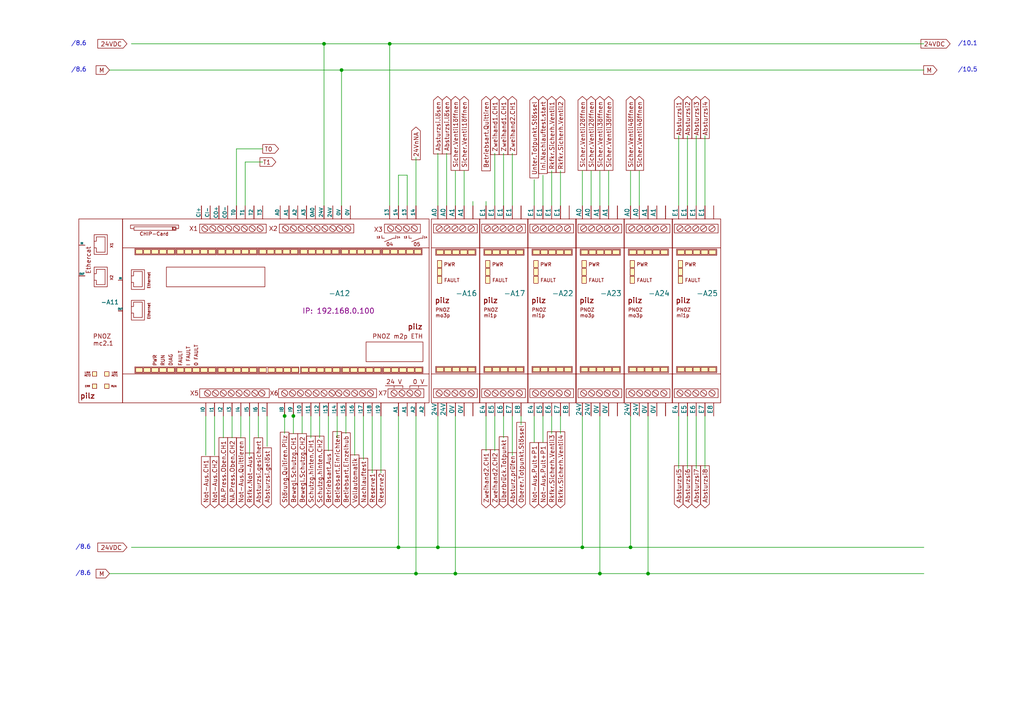
<source format=kicad_sch>
(kicad_sch (version 20250114) (generator "eeschema") (generator_version "9.0")
  (paper "A4")
  (title_block (comment 4 "3"))
  (lib_symbols
    (symbol "PILZ_PNOZ_mi1p_1" (pin_numbers (hide yes)) (pin_names (offset 0))
      (property "Reference" "=X-AX" (at 0 -12.446 0))
      (symbol "PILZ_PNOZ_mi1p_1_1_1"
        (text "PNOZ\nmi1p" (at -5.842 -1.778 0) (effects (font (size 1.016 1.016)) (justify left)))
        (text "pilz" (at -3.81 1.778 0) (effects (font (size 1.524 1.524) (thickness 0.254) (bold yes))))
        (text "PWR" (at 0 12.192 0) (effects (font (size 1.016 1.016)) (justify right)))
        (text "FAULT" (at 1.27 7.62 0) (effects (font (size 1.016 1.016)) (justify right)))
        (pin input line (at -5.08 29.21 270) (length 3.81) (name "E1") (number "E1"))
        (pin input line (at -5.08 -31.75 90) (length 3.81) (name "E4") (number "E4"))
        (pin input line (at -2.54 29.21 270) (length 3.81) (name "E1") (number "E1"))
        (pin input line (at -2.54 -31.75 90) (length 3.81) (name "E5") (number "E5"))
        (pin input line (at 0 29.21 270) (length 3.81) (name "E1") (number "E1"))
        (pin input line (at 0 -31.75 90) (length 3.81) (name "E6") (number "E6"))
        (pin input line (at 2.54 29.21 270) (length 3.81) (name "E1") (number "E1"))
        (pin input line (at 2.54 -31.75 90) (length 3.81) (name "E7") (number "E7"))
        (pin passive line (at 5.08 29.21 270) (length 3.81) (name "") (number ""))
        (pin input line (at 5.08 -31.75 90) (length 3.81) (name "E8") (number "E8"))
      )
    )
    (symbol "PILZ_PNOZ_mi1p_2" (pin_numbers (hide yes)) (pin_names (offset 0))
      (property "Reference" "=X-AX" (at 0 -12.446 0))
      (symbol "PILZ_PNOZ_mi1p_2_1_1"
        (text "PNOZ\nmi1p" (at -5.842 -1.778 0) (effects (font (size 1.016 1.016)) (justify left)))
        (text "pilz" (at -3.81 1.778 0) (effects (font (size 1.524 1.524) (thickness 0.254) (bold yes))))
        (text "PWR" (at 0 12.192 0) (effects (font (size 1.016 1.016)) (justify right)))
        (text "FAULT" (at 1.27 7.62 0) (effects (font (size 1.016 1.016)) (justify right)))
        (pin input line (at -5.08 29.21 270) (length 3.81) (name "E1") (number "E1"))
        (pin input line (at -5.08 -31.75 90) (length 3.81) (name "E4") (number "E4"))
        (pin input line (at -2.54 29.21 270) (length 3.81) (name "E1") (number "E1"))
        (pin input line (at -2.54 -31.75 90) (length 3.81) (name "E5") (number "E5"))
        (pin input line (at 0 29.21 270) (length 3.81) (name "E1") (number "E1"))
        (pin input line (at 0 -31.75 90) (length 3.81) (name "E6") (number "E6"))
        (pin input line (at 2.54 29.21 270) (length 3.81) (name "E1") (number "E1"))
        (pin input line (at 2.54 -31.75 90) (length 3.81) (name "E7") (number "E7"))
        (pin passive line (at 5.08 29.21 270) (length 3.81) (name "") (number ""))
        (pin input line (at 5.08 -31.75 90) (length 3.81) (name "E8") (number "E8"))
      )
    )
    (symbol "PILZ_PNOZ_mo3p_1" (pin_numbers (hide yes)) (pin_names (offset 0))
      (property "Reference" "=X-AX" (at 0 -12.446 0))
      (symbol "PILZ_PNOZ_mo3p_1_1_1"
        (text "PNOZ\nmo3p" (at -5.842 -1.778 0) (effects (font (size 1.016 1.016)) (justify left)))
        (text "pilz" (at -3.81 1.778 0) (effects (font (size 1.524 1.524) (thickness 0.254) (bold yes))))
        (text "PWR" (at 0 12.192 0) (effects (font (size 1.016 1.016)) (justify right)))
        (text "FAULT" (at 1.27 7.62 0) (effects (font (size 1.016 1.016)) (justify right)))
        (pin output line (at -5.08 29.21 270) (length 3.81) (name "A0") (number "A0"))
        (pin passive line (at -5.08 -31.75 90) (length 3.81) (name "24V") (number "24V"))
        (pin output line (at -2.54 29.21 270) (length 3.81) (name "A0") (number "A0"))
        (pin passive line (at -2.54 -31.75 90) (length 3.81) (name "24V") (number "24V"))
        (pin output line (at 0 29.21 270) (length 3.81) (name "A1") (number "A1"))
        (pin passive line (at 0 -31.75 90) (length 3.81) (name "0V") (number "0V"))
        (pin output line (at 2.54 29.21 270) (length 3.81) (name "A1") (number "A1"))
        (pin passive line (at 2.54 -31.75 90) (length 3.81) (name "0V") (number "0V"))
        (pin passive line (at 5.08 29.21 270) (length 3.81) (name "") (number ""))
        (pin passive line (at 5.08 -31.75 90) (length 3.81) (name "") (number ""))
      )
    )
    (symbol "PILZ_PNOZ_mo3p_2" (pin_numbers (hide yes)) (pin_names (offset 0))
      (property "Reference" "=X-AX" (at 0 -12.446 0))
      (symbol "PILZ_PNOZ_mo3p_2_1_1"
        (text "PNOZ\nmo3p" (at -5.842 -1.778 0) (effects (font (size 1.016 1.016)) (justify left)))
        (text "pilz" (at -3.81 1.778 0) (effects (font (size 1.524 1.524) (thickness 0.254) (bold yes))))
        (text "PWR" (at 0 12.192 0) (effects (font (size 1.016 1.016)) (justify right)))
        (text "FAULT" (at 1.27 7.62 0) (effects (font (size 1.016 1.016)) (justify right)))
        (pin output line (at -5.08 29.21 270) (length 3.81) (name "A0") (number "A0"))
        (pin passive line (at -5.08 -31.75 90) (length 3.81) (name "24V") (number "24V"))
        (pin output line (at -2.54 29.21 270) (length 3.81) (name "A0") (number "A0"))
        (pin passive line (at -2.54 -31.75 90) (length 3.81) (name "24V") (number "24V"))
        (pin output line (at 0 29.21 270) (length 3.81) (name "A1") (number "A1"))
        (pin passive line (at 0 -31.75 90) (length 3.81) (name "0V") (number "0V"))
        (pin output line (at 2.54 29.21 270) (length 3.81) (name "A1") (number "A1"))
        (pin passive line (at 2.54 -31.75 90) (length 3.81) (name "0V") (number "0V"))
        (pin passive line (at 5.08 29.21 270) (length 3.81) (name "") (number ""))
        (pin passive line (at 5.08 -31.75 90) (length 3.81) (name "") (number ""))
      )
    )
    (symbol "devices:PILZ_BK-PNOZ_mc2.1_(A)_Buskoppler_Ethercat" (pin_numbers (hide yes)) (pin_names (offset 0))
      (property "Reference" "-A" (at -13.462 29.21 0))
      (symbol "PILZ_BK-PNOZ_mc2.1_(A)_Buskoppler_Ethercat_1_1"
        (text "LINK\nACT2" (at -3.81 -18.288 0) (effects (font (size 0.508 0.508))))
        (text "ERR" (at -3.81 -21.844 0) (effects (font (size 0.508 0.508))))
        (text "pilz" (at -3.81 -24.638 0) (effects (font (size 1.524 1.524) (thickness 0.254) (bold yes))))
        (text "Ethercat" (at -3.556 14.732 900) (effects (font (size 1.27 1.27))))
        (text "PNOZ\nmc2.1" (at -2.286 -8.382 0) (effects (font (size 1.27 1.27)) (justify left)))
        (text "X1" (at 3.175 19.05 900) (effects (font (size 0.762 0.762))))
        (text "X2" (at 3.175 9.652 900) (effects (font (size 0.762 0.762))))
        (text "RUN" (at 3.81 -21.844 0) (effects (font (size 0.508 0.508))))
        (text "LINK\nACT1" (at 4.064 -18.288 0) (effects (font (size 0.508 0.508))))
        (pin input line (at -6.35 19.05 0) (length 1.778) (name "IN") (number "IN"))
        (pin output line (at -6.35 10.16 0) (length 1.778) (name "OUT") (number "OUT"))
      )
    )
    (symbol "devices:PILZ_PNOZ_m2p_ETH-Basis" (pin_numbers (hide yes)) (pin_names (offset 0))
      (property "Reference" "=X-AX" (at 36.322 -11.938 0))
      (property "IP" "000.000.000.000" (at -15.24 9.652 0) (show_name))
      (symbol "PILZ_PNOZ_m2p_ETH-Basis_1_1"
        (text "Ethernet" (at -34.29 8.89 900) (effects (font (size 0.762 0.762))))
        (text "Ethernet" (at -34.29 0 900) (effects (font (size 0.762 0.762))))
        (text "CHIP-Card" (at -32.766 22.352 0) (effects (font (size 1.016 1.016))))
        (text "PWR" (at -32.512 -16.002 900) (effects (font (size 1.016 1.016)) (justify left)))
        (text "RUN" (at -30.226 -16.002 900) (effects (font (size 1.016 1.016)) (justify left)))
        (text "DIAG" (at -27.94 -16.002 900) (effects (font (size 1.016 1.016)) (justify left)))
        (text "FAULT" (at -25.146 -16.002 900) (effects (font (size 1.016 1.016)) (justify left)))
        (text "I FAULT" (at -22.86 -16.002 900) (effects (font (size 1.016 1.016)) (justify left)))
        (text "X1" (at -21.336 23.876 0) (effects (font (size 1.27 1.27))))
        (text "X5" (at -21.082 -23.876 0) (effects (font (size 1.27 1.27))))
        (text "0 FAULT" (at -20.574 -16.002 900) (effects (font (size 1.016 1.016)) (justify left)))
        (text "X2" (at 1.778 23.876 0) (effects (font (size 1.27 1.27))))
        (text "X6" (at 2.032 -23.876 0) (effects (font (size 1.27 1.27))))
        (text "PNOZ m2p ETH" (at 30.48 -7.366 0) (effects (font (size 1.27 1.27)) (justify left)))
        (text "X3" (at 32.258 23.622 0) (effects (font (size 1.27 1.27))))
        (text "13" (at 32.258 21.336 0) (effects (font (size 0.508 0.508))))
        (text "X7" (at 33.528 -23.876 0) (effects (font (size 1.27 1.27))))
        (text "04" (at 35.56 19.304 0) (effects (font (size 1.016 1.016))))
        (text "24 V" (at 36.83 -20.574 0) (effects (font (size 1.27 1.27))))
        (text "14" (at 38.1 21.336 0) (effects (font (size 0.508 0.508))))
        (text "13" (at 40.132 21.336 0) (effects (font (size 0.508 0.508))))
        (text "pilz" (at 42.926 -4.572 0) (effects (font (size 1.524 1.524) (thickness 0.254) (bold yes))))
        (text "05" (at 43.434 19.304 0) (effects (font (size 1.016 1.016))))
        (text "0 V" (at 43.942 -20.574 0) (effects (font (size 1.27 1.27))))
        (text "14" (at 45.974 21.336 0) (effects (font (size 0.508 0.508))))
        (pin input line (at -43.18 8.89 0) (length 1.27) (name "IN") (number "IN"))
        (pin output line (at -43.18 0 0) (length 1.27) (name "OUT") (number "OUT"))
        (pin passive line (at -19.05 30.48 270) (length 3.81) (name "CI+") (number "CI+"))
        (pin input line (at -17.78 -30.48 90) (length 3.81) (name "I0") (number "I0"))
        (pin passive line (at -16.51 30.48 270) (length 3.81) (name "CI-") (number "CI-"))
        (pin input line (at -15.24 -30.48 90) (length 3.81) (name "I1") (number "I1"))
        (pin passive line (at -13.97 30.48 270) (length 3.81) (name "CO+") (number "CO+"))
        (pin input line (at -12.7 -30.48 90) (length 3.81) (name "I2") (number "I2"))
        (pin passive line (at -11.43 30.48 270) (length 3.81) (name "CO-") (number "CO-"))
        (pin input line (at -10.16 -30.48 90) (length 3.81) (name "I3") (number "I3"))
        (pin passive line (at -8.89 30.48 270) (length 3.81) (name "T0") (number "T0"))
        (pin input line (at -7.62 -30.48 90) (length 3.81) (name "I4") (number "I4"))
        (pin passive line (at -6.35 30.48 270) (length 3.81) (name "T1") (number "T1"))
        (pin input line (at -5.08 -30.48 90) (length 3.81) (name "I5") (number "I5"))
        (pin passive line (at -3.81 30.48 270) (length 3.81) (name "T2") (number "T2"))
        (pin input line (at -2.54 -30.48 90) (length 3.81) (name "I6") (number "I6"))
        (pin passive line (at -1.27 30.48 270) (length 3.81) (name "T3") (number "T3"))
        (pin input line (at 0 -30.48 90) (length 3.81) (name "I7") (number "I7"))
        (pin output line (at 3.81 30.48 270) (length 3.81) (name "A0") (number "A0"))
        (pin input line (at 5.08 -30.48 90) (length 3.81) (name "I8") (number "I8"))
        (pin output line (at 6.35 30.48 270) (length 3.81) (name "A1") (number "A1"))
        (pin input line (at 7.62 -30.48 90) (length 3.81) (name "I9") (number "I9"))
        (pin output line (at 8.89 30.48 270) (length 3.81) (name "A2") (number "A2"))
        (pin input line (at 10.16 -30.48 90) (length 3.81) (name "I10") (number "I10"))
        (pin output line (at 11.43 30.48 270) (length 3.81) (name "A3") (number "A3"))
        (pin input line (at 12.7 -30.48 90) (length 3.81) (name "I11") (number "I11"))
        (pin output line (at 13.97 30.48 270) (length 3.81) (name "0A0") (number "0A0"))
        (pin input line (at 15.24 -30.48 90) (length 3.81) (name "I12") (number "I12"))
        (pin passive line (at 16.51 30.48 270) (length 3.81) (name "24V") (number "24V"))
        (pin input line (at 17.78 -30.48 90) (length 3.81) (name "I13") (number "I13"))
        (pin passive line (at 19.05 30.48 270) (length 3.81) (name "24V") (number "24V"))
        (pin input line (at 20.32 -30.48 90) (length 3.81) (name "I14") (number "I14"))
        (pin passive line (at 21.59 30.48 270) (length 3.81) (name "0V") (number "0V"))
        (pin input line (at 22.86 -30.48 90) (length 3.81) (name "I15") (number "I15"))
        (pin passive line (at 24.13 30.48 270) (length 3.81) (name "0V") (number "0V"))
        (pin input line (at 25.4 -30.48 90) (length 3.81) (name "I16") (number "I16"))
        (pin input line (at 27.94 -30.48 90) (length 3.81) (name "I17") (number "I17"))
        (pin input line (at 30.48 -30.48 90) (length 3.81) (name "I18") (number "I18"))
        (pin input line (at 33.02 -30.48 90) (length 3.81) (name "I19") (number "I19"))
        (pin passive line (at 35.56 30.48 270) (length 3.81) (name "13") (number "13"))
        (pin passive line (at 38.1 30.48 270) (length 3.81) (name "14") (number "14"))
        (pin passive line (at 38.1 -30.48 90) (length 3.81) (name "A1") (number "A1"))
        (pin passive line (at 40.64 30.48 270) (length 3.81) (name "13") (number "13"))
        (pin passive line (at 40.64 -30.48 90) (length 3.81) (name "A1") (number "A1"))
        (pin passive line (at 43.18 30.48 270) (length 3.81) (name "14") (number "14"))
        (pin passive line (at 43.18 -30.48 90) (length 3.81) (name "A2") (number "A2"))
        (pin passive line (at 45.72 -30.48 90) (length 3.81) (name "A2") (number "A2"))
      )
    )
    (symbol "devices:PILZ_PNOZ_mi1p" (pin_numbers (hide yes)) (pin_names (offset 0))
      (property "Reference" "=X-AX" (at 0 -12.446 0))
      (symbol "PILZ_PNOZ_mi1p_1_1"
        (text "PNOZ\nmi1p" (at -5.842 -1.778 0) (effects (font (size 1.016 1.016)) (justify left)))
        (text "pilz" (at -3.81 1.778 0) (effects (font (size 1.524 1.524) (thickness 0.254) (bold yes))))
        (text "PWR" (at 0 12.192 0) (effects (font (size 1.016 1.016)) (justify right)))
        (text "FAULT" (at 1.27 7.62 0) (effects (font (size 1.016 1.016)) (justify right)))
        (pin input line (at -5.08 29.21 270) (length 3.81) (name "E1") (number "E1"))
        (pin input line (at -5.08 -31.75 90) (length 3.81) (name "E4") (number "E4"))
        (pin input line (at -2.54 29.21 270) (length 3.81) (name "E1") (number "E1"))
        (pin input line (at -2.54 -31.75 90) (length 3.81) (name "E5") (number "E5"))
        (pin input line (at 0 29.21 270) (length 3.81) (name "E1") (number "E1"))
        (pin input line (at 0 -31.75 90) (length 3.81) (name "E6") (number "E6"))
        (pin input line (at 2.54 29.21 270) (length 3.81) (name "E1") (number "E1"))
        (pin input line (at 2.54 -31.75 90) (length 3.81) (name "E7") (number "E7"))
        (pin passive line (at 5.08 29.21 270) (length 3.81) (name "") (number ""))
        (pin input line (at 5.08 -31.75 90) (length 3.81) (name "E8") (number "E8"))
      )
    )
    (symbol "devices:PILZ_PNOZ_mo3p" (pin_numbers (hide yes)) (pin_names (offset 0))
      (property "Reference" "=X-AX" (at 0 -12.446 0))
      (symbol "PILZ_PNOZ_mo3p_1_1"
        (text "PNOZ\nmo3p" (at -5.842 -1.778 0) (effects (font (size 1.016 1.016)) (justify left)))
        (text "pilz" (at -3.81 1.778 0) (effects (font (size 1.524 1.524) (thickness 0.254) (bold yes))))
        (text "PWR" (at 0 12.192 0) (effects (font (size 1.016 1.016)) (justify right)))
        (text "FAULT" (at 1.27 7.62 0) (effects (font (size 1.016 1.016)) (justify right)))
        (pin output line (at -5.08 29.21 270) (length 3.81) (name "A0") (number "A0"))
        (pin passive line (at -5.08 -31.75 90) (length 3.81) (name "24V") (number "24V"))
        (pin output line (at -2.54 29.21 270) (length 3.81) (name "A0") (number "A0"))
        (pin passive line (at -2.54 -31.75 90) (length 3.81) (name "24V") (number "24V"))
        (pin output line (at 0 29.21 270) (length 3.81) (name "A1") (number "A1"))
        (pin passive line (at 0 -31.75 90) (length 3.81) (name "0V") (number "0V"))
        (pin output line (at 2.54 29.21 270) (length 3.81) (name "A1") (number "A1"))
        (pin passive line (at 2.54 -31.75 90) (length 3.81) (name "0V") (number "0V"))
        (pin passive line (at 5.08 29.21 270) (length 3.81) (name "") (number ""))
        (pin passive line (at 5.08 -31.75 90) (length 3.81) (name "") (number ""))
      )
    )
  )
  (text "/8.6\n" (at 22.86 12.7 0) (effects (font (size 1.27 1.27))))
  (text "/8.6\n" (at 24.13 166.37 0) (effects (font (size 1.27 1.27))))
  (text "/8.6\n" (at 24.13 158.75 0) (effects (font (size 1.27 1.27))))
  (text "/10.1" (at 280.67 12.7 0) (effects (font (size 1.27 1.27))))
  (text "/8.6\n" (at 22.86 20.32 0) (effects (font (size 1.27 1.27))))
  (text "/10.5" (at 280.67 20.32 0) (effects (font (size 1.27 1.27))))
  (junction (at 93.98 12.7))
  (junction (at 85.09 120.65))
  (junction (at 168.91 158.75))
  (junction (at 115.57 158.75))
  (junction (at 173.99 166.37))
  (junction (at 120.65 166.37))
  (junction (at 82.55 120.65))
  (junction (at 127 158.75))
  (junction (at 113.03 12.7))
  (junction (at 99.06 20.32))
  (junction (at 182.88 158.75))
  (junction (at 132.08 166.37))
  (junction (at 187.96 166.37))
  (wire (pts (xy 100.33 120.65) (xy 100.33 125.73)))
  (wire (pts (xy 185.42 49.53) (xy 185.42 59.69)))
  (wire (pts (xy 154.94 120.65) (xy 154.94 128.27)))
  (wire (pts (xy 196.85 120.65) (xy 196.85 135.89)))
  (wire (pts (xy 204.47 120.65) (xy 204.47 135.89)))
  (wire (pts (xy 127 158.75) (xy 168.91 158.75)))
  (wire (pts (xy 154.94 52.07) (xy 154.94 59.69)))
  (wire (pts (xy 113.03 12.7) (xy 267.97 12.7)))
  (wire (pts (xy 38.1 12.7) (xy 93.98 12.7)))
  (wire (pts (xy 118.11 50.8) (xy 118.11 59.69)))
  (wire (pts (xy 182.88 49.53) (xy 182.88 59.69)))
  (wire (pts (xy 143.51 44.45) (xy 143.51 59.69)))
  (wire (pts (xy 69.85 120.65) (xy 69.85 127)))
  (wire (pts (xy 127 44.45) (xy 127 59.69)))
  (wire (pts (xy 31.75 166.37) (xy 120.65 166.37)))
  (wire (pts (xy 187.96 120.65) (xy 187.96 166.37)))
  (wire (pts (xy 201.93 120.65) (xy 201.93 135.89)))
  (wire (pts (xy 115.57 158.75) (xy 127 158.75)))
  (wire (pts (xy 92.71 120.65) (xy 92.71 127)))
  (wire (pts (xy 171.45 49.53) (xy 171.45 59.69)))
  (wire (pts (xy 113.03 12.7) (xy 113.03 59.69)))
  (wire (pts (xy 99.06 20.32) (xy 267.97 20.32)))
  (wire (pts (xy 160.02 49.53) (xy 160.02 59.69)))
  (wire (pts (xy 31.75 20.32) (xy 99.06 20.32)))
  (wire (pts (xy 82.55 120.65) (xy 82.55 125.73)))
  (wire (pts (xy 157.48 50.8) (xy 157.48 59.69)))
  (wire (pts (xy 90.17 120.65) (xy 90.17 127)))
  (wire (pts (xy 148.59 120.65) (xy 148.59 132.08)))
  (wire (pts (xy 107.95 120.65) (xy 107.95 137.16)))
  (wire (pts (xy 201.93 39.37) (xy 201.93 59.69)))
  (wire (pts (xy 132.08 49.53) (xy 132.08 59.69)))
  (wire (pts (xy 187.96 166.37) (xy 267.97 166.37)))
  (wire (pts (xy 38.1 158.75) (xy 115.57 158.75)))
  (wire (pts (xy 129.54 44.45) (xy 129.54 59.69)))
  (wire (pts (xy 162.56 120.65) (xy 162.56 125.73)))
  (wire (pts (xy 173.99 49.53) (xy 173.99 59.69)))
  (wire (pts (xy 82.55 119.38) (xy 82.55 120.65)))
  (wire (pts (xy 160.02 120.65) (xy 160.02 125.73)))
  (wire (pts (xy 199.39 39.37) (xy 199.39 59.69)))
  (wire (pts (xy 196.85 39.37) (xy 196.85 59.69)))
  (wire (pts (xy 146.05 120.65) (xy 146.05 127)))
  (wire (pts (xy 140.97 58.42) (xy 140.97 59.69)))
  (wire (pts (xy 62.23 120.65) (xy 62.23 132.08)))
  (wire (pts (xy 162.56 49.53) (xy 162.56 59.69)))
  (wire (pts (xy 95.25 120.65) (xy 95.25 130.81)))
  (wire (pts (xy 115.57 50.8) (xy 118.11 50.8)))
  (wire (pts (xy 68.58 43.18) (xy 68.58 59.69)))
  (wire (pts (xy 110.49 120.65) (xy 110.49 137.16)))
  (wire (pts (xy 97.79 120.65) (xy 97.79 127)))
  (wire (pts (xy 132.08 120.65) (xy 132.08 166.37)))
  (wire (pts (xy 67.31 120.65) (xy 67.31 127)))
  (wire (pts (xy 64.77 120.65) (xy 64.77 127)))
  (wire (pts (xy 99.06 20.32) (xy 99.06 59.69)))
  (wire (pts (xy 105.41 120.65) (xy 105.41 133.35)))
  (wire (pts (xy 182.88 120.65) (xy 182.88 158.75)))
  (wire (pts (xy 204.47 39.37) (xy 204.47 59.69)))
  (wire (pts (xy 137.16 58.42) (xy 137.16 59.69)))
  (wire (pts (xy 102.87 120.65) (xy 102.87 132.08)))
  (wire (pts (xy 93.98 12.7) (xy 113.03 12.7)))
  (wire (pts (xy 168.91 158.75) (xy 182.88 158.75)))
  (wire (pts (xy 120.65 120.65) (xy 120.65 166.37)))
  (wire (pts (xy 173.99 166.37) (xy 187.96 166.37)))
  (wire (pts (xy 74.93 120.65) (xy 74.93 127)))
  (wire (pts (xy 173.99 120.65) (xy 173.99 166.37)))
  (wire (pts (xy 132.08 166.37) (xy 173.99 166.37)))
  (wire (pts (xy 87.63 120.65) (xy 87.63 125.73)))
  (wire (pts (xy 176.53 49.53) (xy 176.53 59.69)))
  (wire (pts (xy 77.47 120.65) (xy 77.47 129.54)))
  (wire (pts (xy 85.09 119.38) (xy 85.09 120.65)))
  (wire (pts (xy 199.39 120.65) (xy 199.39 135.89)))
  (wire (pts (xy 72.39 120.65) (xy 72.39 132.08)))
  (wire (pts (xy 68.58 43.18) (xy 76.2 43.18)))
  (wire (pts (xy 85.09 120.65) (xy 85.09 125.73)))
  (wire (pts (xy 115.57 50.8) (xy 115.57 59.69)))
  (wire (pts (xy 151.13 120.65) (xy 151.13 123.19)))
  (wire (pts (xy 127 120.65) (xy 127 158.75)))
  (wire (pts (xy 143.51 120.65) (xy 143.51 130.81)))
  (wire (pts (xy 146.05 44.45) (xy 146.05 59.69)))
  (wire (pts (xy 168.91 49.53) (xy 168.91 59.69)))
  (wire (pts (xy 71.12 46.99) (xy 71.12 59.69)))
  (wire (pts (xy 182.88 158.75) (xy 267.97 158.75)))
  (wire (pts (xy 93.98 12.7) (xy 93.98 59.69)))
  (wire (pts (xy 157.48 120.65) (xy 157.48 128.27)))
  (wire (pts (xy 120.65 45.72) (xy 120.65 59.69)))
  (wire (pts (xy 148.59 44.45) (xy 148.59 59.69)))
  (wire (pts (xy 140.97 120.65) (xy 140.97 130.81)))
  (wire (pts (xy 168.91 120.65) (xy 168.91 158.75)))
  (wire (pts (xy 115.57 120.65) (xy 115.57 158.75)))
  (wire (pts (xy 120.65 166.37) (xy 132.08 166.37)))
  (wire (pts (xy 71.12 46.99) (xy 76.2 46.99)))
  (wire (pts (xy 134.62 49.53) (xy 134.62 59.69)))
  (wire (pts (xy 59.69 120.65) (xy 59.69 132.08)))
  (global_label "Absturzsi6" (shape input) (at 199.39 147.32 90) (property "Intersheetrefs" "${INTERSHEET_REFS}" (effects (hide yes))))
  (global_label "Zweihand2.CH2" (shape input) (at 143.51 147.32 90) (property "Intersheetrefs" "${INTERSHEET_REFS}" (effects (hide yes))))
  (global_label "Betiebsart.Einrichten" (shape input) (at 97.79 147.32 90) (property "Intersheetrefs" "${INTERSHEET_REFS}" (effects (hide yes))))
  (global_label "Not-Aus.Pult+P1" (shape input) (at 157.48 147.32 90) (property "Intersheetrefs" "${INTERSHEET_REFS}" (effects (hide yes))))
  (global_label "T1" (shape input) (at 80.01 46.99 180) (property "Intersheetrefs" "${INTERSHEET_REFS}" (effects (hide yes))))
  (global_label "Reserve2" (shape input) (at 110.49 147.32 90) (property "Intersheetrefs" "${INTERSHEET_REFS}" (effects (hide yes))))
  (global_label "Überbrück.Totpunkt" (shape input) (at 146.05 147.32 90) (property "Intersheetrefs" "${INTERSHEET_REFS}" (effects (hide yes))))
  (global_label "Unter.Totpunkt.Stössel" (shape input) (at 154.94 27.94 270) (property "Intersheetrefs" "${INTERSHEET_REFS}" (effects (hide yes))))
  (global_label "Sicher.Ventil4öffnen" (shape input) (at 182.88 27.94 270) (property "Intersheetrefs" "${INTERSHEET_REFS}" (effects (hide yes))))
  (global_label "Rkfkr.Sicherh.Ventil3" (shape input) (at 160.02 147.32 90) (property "Intersheetrefs" "${INTERSHEET_REFS}" (effects (hide yes))))
  (global_label "Absturzsi5" (shape input) (at 196.85 147.32 90) (property "Intersheetrefs" "${INTERSHEET_REFS}" (effects (hide yes))))
  (global_label "Absturzsi4" (shape input) (at 204.47 27.94 270) (property "Intersheetrefs" "${INTERSHEET_REFS}" (effects (hide yes))))
  (global_label "Schutzg.hinten.CH1" (shape input) (at 90.17 147.32 90) (property "Intersheetrefs" "${INTERSHEET_REFS}" (effects (hide yes))))
  (global_label "Rkfkr.Sicherh.Ventil2" (shape input) (at 162.56 27.94 270) (property "Intersheetrefs" "${INTERSHEET_REFS}" (effects (hide yes))))
  (global_label "24VnNA" (shape input) (at 120.65 36.83 270) (property "Intersheetrefs" "${INTERSHEET_REFS}" (effects (hide yes))))
  (global_label "Absturzsi.gesichert" (shape input) (at 74.93 147.32 90) (property "Intersheetrefs" "${INTERSHEET_REFS}" (effects (hide yes))))
  (global_label "24VDC" (shape input) (at 36.83 158.75 180) (property "Intersheetrefs" "${INTERSHEET_REFS}" (effects (hide yes))))
  (global_label "NA.Press.Oben.CH2" (shape input) (at 67.31 147.32 90) (property "Intersheetrefs" "${INTERSHEET_REFS}" (effects (hide yes))))
  (global_label "Störung.Quitiren.Pilz" (shape input) (at 82.55 147.32 90) (property "Intersheetrefs" "${INTERSHEET_REFS}" (effects (hide yes))))
  (global_label "Absturzsi.gelöst" (shape input) (at 77.47 147.32 90) (property "Intersheetrefs" "${INTERSHEET_REFS}" (effects (hide yes))))
  (global_label "Absturzsi.lösen" (shape input) (at 127 27.94 270) (property "Intersheetrefs" "${INTERSHEET_REFS}" (effects (hide yes))))
  (global_label "Rkfkr.Sicherh.Ventil1" (shape input) (at 160.02 27.94 270) (property "Intersheetrefs" "${INTERSHEET_REFS}" (effects (hide yes))))
  (global_label "24VDC" (shape input) (at 36.83 12.7 180) (property "Intersheetrefs" "${INTERSHEET_REFS}" (effects (hide yes))))
  (global_label "Zweihand1.CH1" (shape input) (at 146.05 27.94 270) (property "Intersheetrefs" "${INTERSHEET_REFS}" (effects (hide yes))))
  (global_label "Sicher.Ventil4öffnen" (shape input) (at 185.42 27.94 270) (property "Intersheetrefs" "${INTERSHEET_REFS}" (effects (hide yes))))
  (global_label "T0" (shape output) (at 76.2 43.18 0) (property "Intersheetrefs" "${INTERSHEET_REFS}" (effects (hide yes))))
  (global_label "Oberer.Totpunkt.Stössel" (shape input) (at 151.13 147.32 90) (property "Intersheetrefs" "${INTERSHEET_REFS}" (effects (hide yes))))
  (global_label "Bewegl.Schutzg.CH1" (shape input) (at 85.09 147.32 90) (property "Intersheetrefs" "${INTERSHEET_REFS}" (effects (hide yes))))
  (global_label "Sicher.Ventil2öffnen" (shape input) (at 171.45 27.94 270) (property "Intersheetrefs" "${INTERSHEET_REFS}" (effects (hide yes))))
  (global_label "Betriebsart.Quittiren" (shape input) (at 140.97 27.94 270) (property "Intersheetrefs" "${INTERSHEET_REFS}" (effects (hide yes))))
  (global_label "Not-Aus.CH1" (shape input) (at 59.69 147.32 90) (property "Intersheetrefs" "${INTERSHEET_REFS}" (effects (hide yes))))
  (global_label "Vollautomatik" (shape input) (at 102.87 147.32 90) (property "Intersheetrefs" "${INTERSHEET_REFS}" (effects (hide yes))))
  (global_label "Rkfkr.Not-Aus" (shape input) (at 72.39 147.32 90) (property "Intersheetrefs" "${INTERSHEET_REFS}" (effects (hide yes))))
  (global_label "NA.Press.Oben.CH1" (shape input) (at 64.77 147.32 90) (property "Intersheetrefs" "${INTERSHEET_REFS}" (effects (hide yes))))
  (global_label "Not-Aus.Pult+P1" (shape input) (at 154.94 147.32 90) (property "Intersheetrefs" "${INTERSHEET_REFS}" (effects (hide yes))))
  (global_label "Absturzsi8" (shape input) (at 204.47 147.32 90) (property "Intersheetrefs" "${INTERSHEET_REFS}" (effects (hide yes))))
  (global_label "Reserve1" (shape input) (at 107.95 147.32 90) (property "Intersheetrefs" "${INTERSHEET_REFS}" (effects (hide yes))))
  (global_label "Zweihand1.CH1" (shape input) (at 143.51 27.94 270) (property "Intersheetrefs" "${INTERSHEET_REFS}" (effects (hide yes))))
  (global_label "Absturzsi7" (shape input) (at 201.93 147.32 90) (property "Intersheetrefs" "${INTERSHEET_REFS}" (effects (hide yes))))
  (global_label "Sicher.Ventil1öffnen" (shape input) (at 132.08 27.94 270) (property "Intersheetrefs" "${INTERSHEET_REFS}" (effects (hide yes))))
  (global_label "Sicher.Ventil3öffnen" (shape input) (at 173.99 27.94 270) (property "Intersheetrefs" "${INTERSHEET_REFS}" (effects (hide yes))))
  (global_label "Zweihand2.CH1" (shape input) (at 148.59 27.94 270) (property "Intersheetrefs" "${INTERSHEET_REFS}" (effects (hide yes))))
  (global_label "Sicher.Ventil1öffnen" (shape input) (at 134.62 27.94 270) (property "Intersheetrefs" "${INTERSHEET_REFS}" (effects (hide yes))))
  (global_label "Absturzsi.lösen" (shape input) (at 129.54 27.94 270) (property "Intersheetrefs" "${INTERSHEET_REFS}" (effects (hide yes))))
  (global_label "Schutzg.hinten.CH2" (shape input) (at 92.71 147.32 90) (property "Intersheetrefs" "${INTERSHEET_REFS}" (effects (hide yes))))
  (global_label "Absturzsi3" (shape input) (at 201.93 27.94 270) (property "Intersheetrefs" "${INTERSHEET_REFS}" (effects (hide yes))))
  (global_label "Absturzsi1" (shape input) (at 196.85 27.94 270) (property "Intersheetrefs" "${INTERSHEET_REFS}" (effects (hide yes))))
  (global_label "Sicher.Ventil2öffnen" (shape input) (at 168.91 27.94 270) (property "Intersheetrefs" "${INTERSHEET_REFS}" (effects (hide yes))))
  (global_label "Absturz.prüfen" (shape input) (at 148.59 147.32 90) (property "Intersheetrefs" "${INTERSHEET_REFS}" (effects (hide yes))))
  (global_label "Betiebsart.Einzelhub" (shape input) (at 100.33 147.32 90) (property "Intersheetrefs" "${INTERSHEET_REFS}" (effects (hide yes))))
  (global_label "Zweihand2.CH1" (shape input) (at 140.97 147.32 90) (property "Intersheetrefs" "${INTERSHEET_REFS}" (effects (hide yes))))
  (global_label "Rkfkr.Sicherh.Ventil4" (shape input) (at 162.56 147.32 90) (property "Intersheetrefs" "${INTERSHEET_REFS}" (effects (hide yes))))
  (global_label "M" (shape input) (at 31.75 20.32 180) (property "Intersheetrefs" "${INTERSHEET_REFS}" (effects (hide yes))))
  (global_label "Betriebsart.Aus" (shape input) (at 95.25 147.32 90) (property "Intersheetrefs" "${INTERSHEET_REFS}" (effects (hide yes))))
  (global_label "Sicher.Ventil3öffnen" (shape input) (at 176.53 27.94 270) (property "Intersheetrefs" "${INTERSHEET_REFS}" (effects (hide yes))))
  (global_label "Ini.Nachlauftest.start" (shape input) (at 157.48 27.94 270) (property "Intersheetrefs" "${INTERSHEET_REFS}" (effects (hide yes))))
  (global_label "Absturzsi2" (shape input) (at 199.39 27.94 270) (property "Intersheetrefs" "${INTERSHEET_REFS}" (effects (hide yes))))
  (global_label "Not-Aus.CH2" (shape input) (at 62.23 147.32 90) (property "Intersheetrefs" "${INTERSHEET_REFS}" (effects (hide yes))))
  (global_label "Bewegl.Schutzg.CH2" (shape input) (at 87.63 147.32 90) (property "Intersheetrefs" "${INTERSHEET_REFS}" (effects (hide yes))))
  (global_label "Not-Aus.Quittieren" (shape input) (at 69.85 147.32 90) (property "Intersheetrefs" "${INTERSHEET_REFS}" (effects (hide yes))))
  (global_label "M" (shape input) (at 31.75 166.37 180) (property "Intersheetrefs" "${INTERSHEET_REFS}" (effects (hide yes))))
  (global_label "Nachlauftest" (shape input) (at 105.41 147.32 90) (property "Intersheetrefs" "${INTERSHEET_REFS}" (effects (hide yes))))
  (global_label "24VDC" (shape input) (at 275.59 12.7 180) (property "Intersheetrefs" "${INTERSHEET_REFS}" (effects (hide yes))))
  (global_label "M" (shape input) (at 271.78 20.32 180) (property "Intersheetrefs" "${INTERSHEET_REFS}" (effects (hide yes))))
  (symbol (lib_id "devices:PILZ_PNOZ_m2p_ETH-Basis") (at 77.47 90.17 0) (unit 1)
    (property "Reference" "-A12" (at 95.25 85.09 0) (effects (font (size 1.524 1.524)) (justify left)))
    (property "IP" "192.168.0.100" (at 87.63 90.17 0) (show_name yes) (effects (font (size 1.524 1.524)) (justify left)))
  )
  (symbol (lib_id "devices:PILZ_BK-PNOZ_mc2.1_(A)_Buskoppler_Ethercat") (at 29.21 90.17 0) (unit 1)
    (property "Reference" "-A11" (at 29.21 87.63 0) (effects (justify left)))
  )
  (symbol (lib_name "PILZ_PNOZ_mi1p_2") (lib_id "devices:PILZ_PNOZ_mi1p") (at 201.93 88.9 0) (unit 1)
    (property "Reference" "-A25" (at 201.93 85.09 0) (effects (font (size 1.524 1.524)) (justify left)))
  )
  (symbol (lib_id "devices:PILZ_PNOZ_mo3p") (at 132.08 88.9 0) (unit 1)
    (property "Reference" "-A16" (at 132.08 85.09 0) (effects (font (size 1.524 1.524)) (justify left)))
  )
  (symbol (lib_name "PILZ_PNOZ_mi1p_1") (lib_id "devices:PILZ_PNOZ_mi1p") (at 160.02 88.9 0) (unit 1)
    (property "Reference" "-A22" (at 160.02 85.09 0) (effects (font (size 1.524 1.524)) (justify left)))
  )
  (symbol (lib_name "PILZ_PNOZ_mo3p_1") (lib_id "devices:PILZ_PNOZ_mo3p") (at 173.99 88.9 0) (unit 1)
    (property "Reference" "-A23" (at 173.99 85.09 0) (effects (font (size 1.524 1.524)) (justify left)))
  )
  (symbol (lib_name "PILZ_PNOZ_mo3p_2") (lib_id "devices:PILZ_PNOZ_mo3p") (at 187.96 88.9 0) (unit 1)
    (property "Reference" "-A24" (at 187.96 85.09 0) (effects (font (size 1.524 1.524)) (justify left)))
  )
  (symbol (lib_id "devices:PILZ_PNOZ_mi1p") (at 146.05 88.9 0) (unit 1)
    (property "Reference" "-A17" (at 146.05 85.09 0) (effects (font (size 1.524 1.524)) (justify left)))
  )
  (sheet (at 1421.892 263.144) (size 321.31 209.55) (stroke (width 0.1524))
    (property "Sheetname" "PC" (at 1421.892 262.4324 0) (effects (justify left bottom)))
    (property "Sheetfile" "PC.kicad_sch" (at 1421.892 473.2786 0) (effects (justify left top)))
  )
  (sheet (at 6.35 270.002) (size 290.83 210.82) (stroke (width 0.1524))
    (property "Sheetname" "Sicherheit Ventil 2" (at 6.35 269.2904 0) (effects (justify left bottom)))
    (property "Sheetfile" "Sicherheit Ventil 2.kicad_sch" (at 6.35 481.4066 0) (effects (justify left top)))
  )
  (sheet (at 2514.346 -3.81) (size 302.26 210.82) (stroke (width 0.1524))
    (property "Sheetname" "Sicherheit Ventil 1" (at 2514.346 -4.5216 0) (effects (justify left bottom)))
    (property "Sheetfile" "Sicherheit Ventil 1.kicad_sch" (effects (hide yes)))
  )
  (sheet (at 1781.048 -4.826) (size 313.69 205.74) (stroke (width 0.1524))
    (property "Sheetname" "Übergeordnete Steuerung Absturzsicherung" (at 1781.048 -5.5376 0) (effects (justify left bottom)))
    (property "Sheetfile" "Übergeordnete Steuerung Absturzsicherung.kicad_sch" (at 1781.048 201.4986 0) (effects (justify left top)))
  )
  (sheet (at 2145.792 -4.826) (size 325.12 214.63) (stroke (width 0.1524))
    (property "Sheetname" "Übergeordnete Steuerung Absturzsicherung1" (at 2145.792 -5.5376 0) (effects (justify left bottom)))
    (property "Sheetfile" "Übergeordnete Steuerung Absturzsicherung1.kicad_sch" (at 2145.792 210.3886 0) (effects (justify left top)))
  )
  (sheet (at 1040.384 -2.794) (size 336.55 204.47) (stroke (width 0.1524))
    (property "Sheetname" "Übergeordnete Steuerung Bedienung S.2" (at 1040.384 -3.5056 0) (effects (justify left bottom)))
    (property "Sheetfile" "Übergeordnete Steuerung Bedienung S.2.kicad_sch" (at 1040.384 202.2606 0) (effects (justify left top)))
  )
  (sheet (at 344.932 273.304) (size 293.37 213.36) (stroke (width 0.1524))
    (property "Sheetname" "Sicherheit Ventil 3" (at 344.932 272.5924 0) (effects (justify left bottom)))
    (property "Sheetfile" "Sicherheit Ventil 3.kicad_sch" (at 344.932 487.2486 0) (effects (justify left top)))
  )
  (sheet (at 1404.366 -6.096) (size 335.28 217.17) (stroke (width 0.1524))
    (property "Sheetname" "Übergeordnete Steuerung Bewegel" (at 1404.366 -6.8076 0) (effects (justify left bottom)))
    (property "Sheetfile" "Übergeordnete Steuerung Bewegel.kicad_sch" (at 1404.366 211.6586 0) (effects (justify left top)))
  )
  (sheet (at 330.454 -3.556) (size 323.85 214.63) (stroke (width 0.1524))
    (property "Sheetname" "Übergeordnete Steuerung Not-Aus" (at 330.454 -4.2676 0) (effects (justify left bottom)))
    (property "Sheetfile" "Übergeordnete Steuerung Not-Aus.kicad_sch" (at 330.454 211.6586 0) (effects (justify left top)))
  )
  (sheet (at 1048.004 258.572) (size 318.77 209.55) (stroke (width 0.1524))
    (property "Sheetname" "Totpunkt Stössel" (at 1048.004 257.8604 0) (effects (justify left bottom)))
    (property "Sheetfile" "Totpunkt Stössel.kicad_sch" (at 1048.004 468.7066 0) (effects (justify left top)))
  )
  (sheet (at 677.418 -2.794) (size 321.31 207.01) (stroke (width 0.1524))
    (property "Sheetname" "Übergeordnete Steuerung Bedienung" (at 677.418 -3.5056 0) (effects (justify left bottom)))
    (property "Sheetfile" "Übergeordnete Steuerung Bedienung.kicad_sch" (at 677.418 204.8006 0) (effects (justify left top)))
  )
  (sheet (at 2165.096 267.716) (size 345.44 209.55) (stroke (width 0.1524))
    (property "Sheetname" "Bedienung Eingänge" (at 2165.096 267.0044 0) (effects (justify left bottom)))
    (property "Sheetfile" "Bedienung Eingänge.kicad_sch" (at 2165.096 477.8506 0) (effects (justify left top)))
  )
  (sheet (at 1784.35 260.858) (size 323.85 213.36) (stroke (width 0.1524))
    (property "Sheetname" "Ethernet Switch" (at 1784.35 260.1464 0) (effects (justify left bottom)))
    (property "Sheetfile" "Ethernet Switch.kicad_sch" (at 1784.35 474.8026 0) (effects (justify left top)))
  )
  (sheet (at 686.308 264.414) (size 321.31 209.55) (stroke (width 0.1524))
    (property "Sheetname" "Sicherheit Ventil 4" (at 686.308 263.7024 0) (effects (justify left bottom)))
    (property "Sheetfile" "Sicherheit Ventil 4.kicad_sch" (at 686.308 474.5486 0) (effects (justify left top)))
  )
)
</source>
